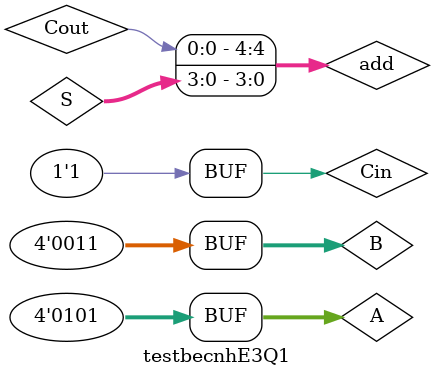
<source format=v>
module testbecnhE3Q1();
  reg [3:0]A, B; 
  reg Cin;
  wire [3:0] S;
  wire Cout;
  wire[4:0] add;
  
  CarryLookAheadAdder cla(A, B, Cin, S, Cout);
  
  assign add = {Cout, S};
  initial begin
    $monitor("A = %b: B = %b, Cin = %b --> S = %b, Cout = %b, Addition = %0d", A, B, Cin, S, Cout, add);
    A = 1; B = 0; Cin = 0; #50;
    A = 2; B = 4; Cin = 1; #50;
    A = 4'hb; B = 4'h6; Cin = 0; #50;
    A = 5; B = 3; Cin = 1;
  end
endmodule

</source>
